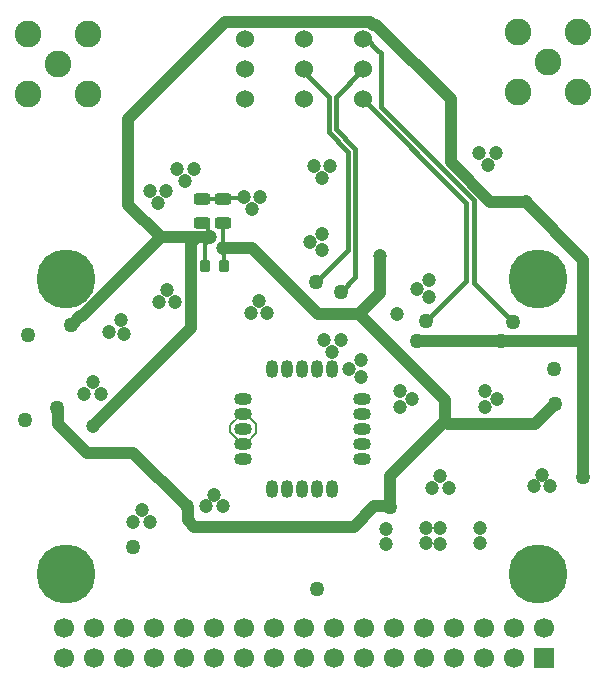
<source format=gbl>
G04*
G04 #@! TF.GenerationSoftware,Altium Limited,Altium Designer,21.2.2 (38)*
G04*
G04 Layer_Physical_Order=4*
G04 Layer_Color=12811406*
%FSLAX44Y44*%
%MOMM*%
G71*
G04*
G04 #@! TF.SameCoordinates,FBAD0861-C7C3-44E5-B471-CEE513BBFA7F*
G04*
G04*
G04 #@! TF.FilePolarity,Positive*
G04*
G01*
G75*
%ADD10C,0.2000*%
%ADD36C,0.4000*%
%ADD37C,0.3000*%
G04:AMPARAMS|DCode=38|XSize=0.9mm|YSize=1mm|CornerRadius=0.225mm|HoleSize=0mm|Usage=FLASHONLY|Rotation=180.000|XOffset=0mm|YOffset=0mm|HoleType=Round|Shape=RoundedRectangle|*
%AMROUNDEDRECTD38*
21,1,0.9000,0.5500,0,0,180.0*
21,1,0.4500,1.0000,0,0,180.0*
1,1,0.4500,-0.2250,0.2750*
1,1,0.4500,0.2250,0.2750*
1,1,0.4500,0.2250,-0.2750*
1,1,0.4500,-0.2250,-0.2750*
%
%ADD38ROUNDEDRECTD38*%
G04:AMPARAMS|DCode=46|XSize=0.95mm|YSize=1.4mm|CornerRadius=0.2375mm|HoleSize=0mm|Usage=FLASHONLY|Rotation=90.000|XOffset=0mm|YOffset=0mm|HoleType=Round|Shape=RoundedRectangle|*
%AMROUNDEDRECTD46*
21,1,0.9500,0.9250,0,0,90.0*
21,1,0.4750,1.4000,0,0,90.0*
1,1,0.4750,0.4625,0.2375*
1,1,0.4750,0.4625,-0.2375*
1,1,0.4750,-0.4625,-0.2375*
1,1,0.4750,-0.4625,0.2375*
%
%ADD46ROUNDEDRECTD46*%
%ADD55C,1.0000*%
%ADD57O,1.0500X1.5000*%
%ADD58O,1.5000X1.0500*%
%ADD59C,1.7000*%
%ADD60R,1.7000X1.7000*%
%ADD61C,2.2620*%
%ADD62C,1.5240*%
%ADD63C,1.2700*%
%ADD64C,1.2000*%
%ADD65C,5.0000*%
D10*
X439000Y501000D02*
X448700Y510700D01*
X452300D02*
X461000Y502000D01*
X448700Y510700D02*
X452300D01*
X439000Y495000D02*
Y501000D01*
X461000Y494000D02*
Y502000D01*
X439000Y495000D02*
X448700Y485300D01*
X452300D02*
X461000Y494000D01*
X448700Y485300D02*
X452300D01*
D36*
X528500Y751235D02*
X545000Y734735D01*
X528500Y779000D02*
X551500Y802000D01*
X528500Y751235D02*
Y779000D01*
X522500Y748750D02*
Y779000D01*
X501500Y800000D02*
X522500Y779000D01*
Y748750D02*
X539000Y732250D01*
X562349Y819593D02*
X562407D01*
X551500Y827400D02*
X554542D01*
X562349Y819593D01*
X562407D02*
X566250Y815750D01*
Y770335D02*
Y815750D01*
X645000Y689085D02*
Y691585D01*
Y689085D02*
X645000Y689085D01*
X566250Y770335D02*
X645000Y691585D01*
X551500Y776600D02*
X639000Y689100D01*
X545000Y726000D02*
Y734735D01*
X539000Y649000D02*
Y732250D01*
X501500Y800000D02*
Y802000D01*
X605000Y589000D02*
X639000Y623000D01*
Y689100D01*
X645000Y621000D02*
Y689085D01*
Y621000D02*
X678000Y588000D01*
X545000Y726000D02*
X545000Y726000D01*
Y626000D02*
Y726000D01*
X533000Y614000D02*
X545000Y626000D01*
X512000Y622000D02*
X539000Y649000D01*
D37*
X450750Y693185D02*
X451500Y693935D01*
X433000Y692435D02*
X433750Y693185D01*
X449750D01*
X450500Y693935D01*
X606250Y623185D02*
X607000Y622435D01*
X509815Y719250D02*
X510565Y720000D01*
X415000Y672435D02*
X416776D01*
X419960Y669252D01*
X415000Y692435D02*
X433000D01*
X419960Y664911D02*
Y669252D01*
X422000Y658000D02*
Y660435D01*
X418000Y635435D02*
Y654000D01*
X433500Y635935D02*
X434000Y635435D01*
X418000Y654000D02*
X422000Y658000D01*
X433000Y650435D02*
Y672435D01*
Y650435D02*
X433500Y649935D01*
Y635935D02*
Y649935D01*
D38*
X434000Y635435D02*
D03*
X418000D02*
D03*
D46*
X433000Y692435D02*
D03*
Y672435D02*
D03*
X415000Y692435D02*
D03*
Y672435D02*
D03*
D55*
X357000Y477500D02*
X402500Y432000D01*
X317500Y477500D02*
X357000D01*
X293017Y501983D02*
X317500Y477500D01*
X292500Y515000D02*
X293017Y514483D01*
Y501983D02*
Y514483D01*
X352500Y687500D02*
X380000Y660000D01*
X410565D02*
X411000Y660435D01*
X405500Y654935D02*
X410565Y660000D01*
X365000Y645000D02*
X380000Y660000D01*
X410565D01*
X405500Y583000D02*
Y654935D01*
X322500Y500000D02*
X322500D01*
X405500Y583000D01*
X311878Y593000D02*
X313255D01*
X303888Y585741D02*
X304619D01*
X311878Y593000D01*
X313255D02*
X377500Y657245D01*
X352500Y687500D02*
Y760000D01*
X434520Y842020D01*
X557556D01*
X559576Y840000D01*
X562500D01*
X625907Y776593D01*
Y723407D02*
Y776593D01*
Y723407D02*
X659313Y690000D01*
X689000D01*
X738000Y641000D01*
Y571000D02*
Y641000D01*
X411000Y660435D02*
X422000D01*
X402883Y420858D02*
Y431617D01*
Y420858D02*
X408741Y415000D01*
X543500D01*
X560500Y432000D01*
X402500D02*
X402883Y431617D01*
X574000Y432000D02*
X574500Y431500D01*
X560500Y432000D02*
X574000D01*
X738000Y457000D02*
Y571000D01*
X697250Y502250D02*
X714000Y519000D01*
X623481Y502250D02*
X697250D01*
X621000Y504000D02*
X621731D01*
X623481Y502250D01*
X574500Y432000D02*
Y457500D01*
X621000Y504000D01*
Y522000D01*
X548000Y595000D02*
X566000Y613000D01*
Y644000D01*
X548000Y595000D02*
X621000Y522000D01*
X513000Y595000D02*
X548000D01*
X457565Y650435D02*
X513000Y595000D01*
X433000Y650435D02*
X457565D01*
X597000Y572000D02*
X668000D01*
X737000D01*
X738000Y571000D01*
D57*
X487300Y548800D02*
D03*
X512700D02*
D03*
Y447200D02*
D03*
X487300D02*
D03*
X500000Y548800D02*
D03*
X474600D02*
D03*
Y447200D02*
D03*
X500000D02*
D03*
X525400D02*
D03*
Y548800D02*
D03*
D58*
X550800Y510700D02*
D03*
Y485300D02*
D03*
X450200Y510700D02*
D03*
X450200Y485300D02*
D03*
X450200Y472600D02*
D03*
Y523400D02*
D03*
X550800D02*
D03*
Y498000D02*
D03*
Y472600D02*
D03*
X450200Y498000D02*
D03*
D59*
X298000Y304000D02*
D03*
Y329400D02*
D03*
X374200Y304000D02*
D03*
Y329400D02*
D03*
X348800Y304000D02*
D03*
Y329400D02*
D03*
X323400D02*
D03*
Y304000D02*
D03*
X475800D02*
D03*
Y329400D02*
D03*
X450400Y304000D02*
D03*
Y329400D02*
D03*
X425000D02*
D03*
Y304000D02*
D03*
X399600Y329400D02*
D03*
Y304000D02*
D03*
X577400D02*
D03*
Y329400D02*
D03*
X552000Y304000D02*
D03*
Y329400D02*
D03*
X526600D02*
D03*
Y304000D02*
D03*
X501200Y329400D02*
D03*
Y304000D02*
D03*
X602800D02*
D03*
Y329400D02*
D03*
X628200Y304000D02*
D03*
Y329400D02*
D03*
X653600D02*
D03*
Y304000D02*
D03*
X679000Y329400D02*
D03*
Y304000D02*
D03*
X704400Y329400D02*
D03*
D60*
Y304000D02*
D03*
D61*
X733400Y833400D02*
D03*
Y782600D02*
D03*
X682600D02*
D03*
Y833400D02*
D03*
X318400Y832400D02*
D03*
Y781600D02*
D03*
X267600D02*
D03*
Y832400D02*
D03*
X708000Y808000D02*
D03*
X293000Y807000D02*
D03*
D62*
X551500Y776600D02*
D03*
Y802000D02*
D03*
Y827400D02*
D03*
X451500Y776600D02*
D03*
Y802000D02*
D03*
Y827400D02*
D03*
X501500Y776600D02*
D03*
Y802000D02*
D03*
Y827400D02*
D03*
D63*
X292500Y515000D02*
D03*
X303888Y585741D02*
D03*
X265000Y505000D02*
D03*
X267500Y577500D02*
D03*
X356500Y398000D02*
D03*
X512250Y362250D02*
D03*
X574500Y431500D02*
D03*
X713064Y548461D02*
D03*
X678000Y588000D02*
D03*
X605000Y589000D02*
D03*
X533000Y614000D02*
D03*
X512000Y622000D02*
D03*
X714000Y519000D02*
D03*
X621000Y504000D02*
D03*
X738000Y457000D02*
D03*
X668000Y572000D02*
D03*
X597000D02*
D03*
D64*
X336729Y580121D02*
D03*
X348750Y578000D02*
D03*
X346629Y590021D02*
D03*
X370997Y418999D02*
D03*
X363997Y428999D02*
D03*
X356997Y418999D02*
D03*
X650250Y401000D02*
D03*
Y414000D02*
D03*
X616500Y413500D02*
D03*
Y400500D02*
D03*
X655000Y516000D02*
D03*
Y530000D02*
D03*
X665000Y523000D02*
D03*
X593000D02*
D03*
X583000Y530000D02*
D03*
Y516000D02*
D03*
X703000Y459000D02*
D03*
X696000Y449000D02*
D03*
X710000D02*
D03*
X616997Y457999D02*
D03*
X609997Y447999D02*
D03*
X623997D02*
D03*
X571000Y413250D02*
D03*
Y400250D02*
D03*
X604750Y400750D02*
D03*
Y413750D02*
D03*
X322500Y500000D02*
D03*
X402500Y432000D02*
D03*
X580000Y595000D02*
D03*
X566000Y644000D02*
D03*
X689000Y690000D02*
D03*
X650000Y731000D02*
D03*
X664000D02*
D03*
X657000Y721000D02*
D03*
X607000Y623435D02*
D03*
Y609435D02*
D03*
X597000Y616435D02*
D03*
X516565Y710000D02*
D03*
X523565Y720000D02*
D03*
X509565D02*
D03*
X394000Y717435D02*
D03*
X401000Y707435D02*
D03*
X408000Y717435D02*
D03*
X470500Y595935D02*
D03*
X450500Y693935D02*
D03*
X464500D02*
D03*
X463500Y605935D02*
D03*
X422000Y660435D02*
D03*
X392500Y604935D02*
D03*
X433000Y650435D02*
D03*
X378500Y604935D02*
D03*
X385500Y614935D02*
D03*
X457500Y683935D02*
D03*
X456500Y595935D02*
D03*
X384661Y699162D02*
D03*
X370661D02*
D03*
X377661Y689162D02*
D03*
X549400Y541800D02*
D03*
X539400Y548800D02*
D03*
X549400Y555800D02*
D03*
X532400Y572800D02*
D03*
X525400Y562800D02*
D03*
X518400Y572800D02*
D03*
X516468Y648903D02*
D03*
X506468Y655903D02*
D03*
X516468Y662903D02*
D03*
X418500Y432000D02*
D03*
X425500Y442000D02*
D03*
X432500Y432000D02*
D03*
X315500Y527000D02*
D03*
X322500Y537000D02*
D03*
X329500Y527000D02*
D03*
D65*
X700000Y375000D02*
D03*
X300000Y375000D02*
D03*
Y625000D02*
D03*
X700000D02*
D03*
M02*

</source>
